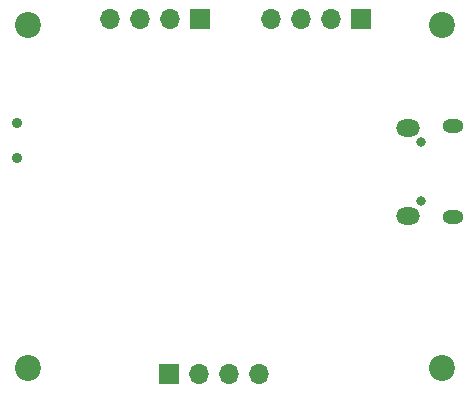
<source format=gbr>
%TF.GenerationSoftware,KiCad,Pcbnew,8.0.5*%
%TF.CreationDate,2024-09-22T14:53:49-07:00*%
%TF.ProjectId,Udemy_STM32_KiCAD_Course,5564656d-795f-4535-944d-33325f4b6943,rev?*%
%TF.SameCoordinates,Original*%
%TF.FileFunction,Soldermask,Bot*%
%TF.FilePolarity,Negative*%
%FSLAX46Y46*%
G04 Gerber Fmt 4.6, Leading zero omitted, Abs format (unit mm)*
G04 Created by KiCad (PCBNEW 8.0.5) date 2024-09-22 14:53:49*
%MOMM*%
%LPD*%
G01*
G04 APERTURE LIST*
%ADD10C,0.900000*%
%ADD11C,2.200000*%
%ADD12R,1.700000X1.700000*%
%ADD13O,1.700000X1.700000*%
%ADD14O,1.800000X1.150000*%
%ADD15O,2.000000X1.450000*%
%ADD16O,0.800000X0.800000*%
G04 APERTURE END LIST*
D10*
%TO.C,SW1*%
X108500000Y-101750000D03*
X108500000Y-104750000D03*
%TD*%
D11*
%TO.C,H4*%
X109500000Y-93500000D03*
%TD*%
%TO.C,H3*%
X144500000Y-93500000D03*
%TD*%
%TO.C,H2*%
X144500000Y-122500000D03*
%TD*%
%TO.C,H1*%
X109500000Y-122500000D03*
%TD*%
D12*
%TO.C,J4*%
X121400000Y-123000000D03*
D13*
X123940000Y-123000000D03*
X126480000Y-123000000D03*
X129020000Y-123000000D03*
%TD*%
%TO.C,J3*%
X130000000Y-93000000D03*
X132540000Y-93000000D03*
X135080000Y-93000000D03*
D12*
X137620000Y-93000000D03*
%TD*%
D13*
%TO.C,J2*%
X116380000Y-93000000D03*
X118920000Y-93000000D03*
X121460000Y-93000000D03*
D12*
X124000000Y-93000000D03*
%TD*%
D14*
%TO.C,J1*%
X145450000Y-102025000D03*
D15*
X141650000Y-102175000D03*
X141650000Y-109625000D03*
D14*
X145450000Y-109775000D03*
D16*
X142700000Y-103400000D03*
X142700000Y-108400000D03*
%TD*%
M02*

</source>
